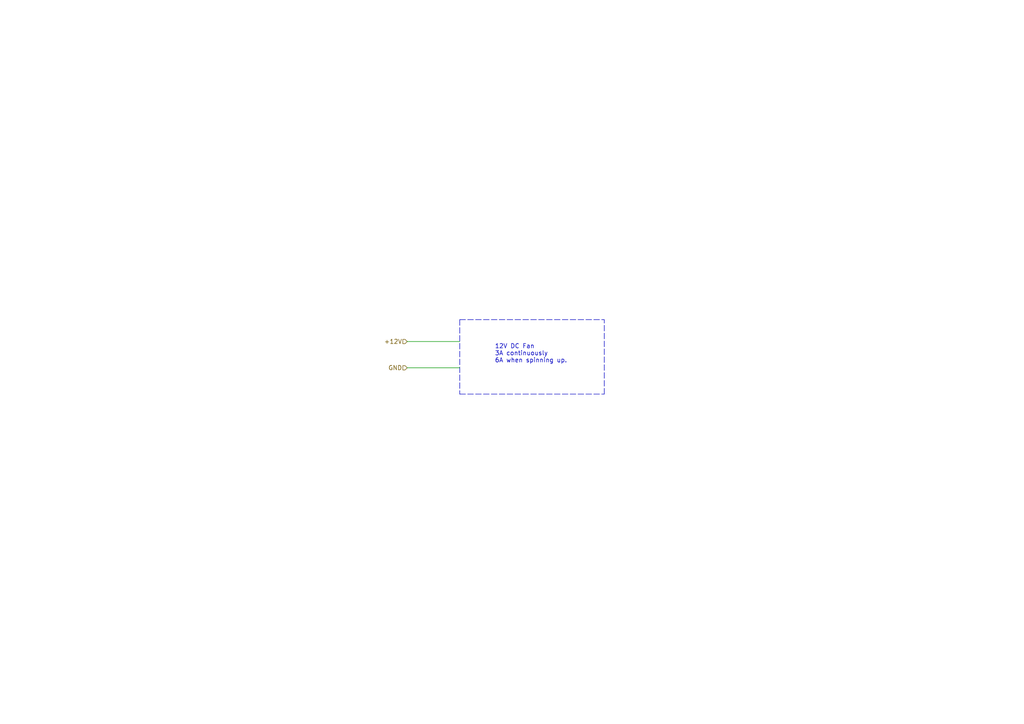
<source format=kicad_sch>
(kicad_sch (version 20211123) (generator eeschema)
  (paper "A4")
  (lib_symbols)
  (polyline (pts (xy 133.35 114.3) (xy 175.26 114.3)))
  (polyline (pts (xy 175.26 114.3) (xy 175.26 92.71)))
  (wire (pts (xy 118.11 99.06) (xy 133.35 99.06)))
  (wire (pts (xy 118.11 106.68) (xy 133.35 106.68)))
  (polyline (pts (xy 133.35 92.71) (xy 133.35 114.3)))
  (polyline (pts (xy 133.35 92.71) (xy 175.26 92.71)))
  (text "12V DC Fan\n3A continuously \n6A when spinning up.\n" (at 143.51 105.41 0) (effects (font (size 1.27 1.27)) (justify left bottom)))
  (hierarchical_label "GND" (shape input) (at 118.11 106.68 180))
  (hierarchical_label "+12V" (shape input) (at 118.11 99.06 180))
)
</source>
